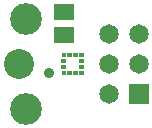
<source format=gts>
G04*
G04 #@! TF.GenerationSoftware,Altium Limited,Altium Designer,19.1.5 (86)*
G04*
G04 Layer_Color=8388736*
%FSLAX25Y25*%
%MOIN*%
G70*
G01*
G75*
%ADD14C,0.10000*%
%ADD15R,0.01584X0.01683*%
%ADD16R,0.01683X0.01584*%
%ADD17R,0.06506X0.05718*%
%ADD18C,0.10600*%
%ADD19C,0.06506*%
%ADD20R,0.06506X0.06506*%
%ADD21C,0.03600*%
G36*
X21707Y23274D02*
Y24758D01*
X23289D01*
Y23274D01*
X21707D01*
D02*
G37*
G36*
X21805Y21207D02*
Y22789D01*
X23289D01*
Y21207D01*
X21805D01*
D02*
G37*
G36*
X23774D02*
Y22789D01*
X25258D01*
Y21207D01*
X23774D01*
D02*
G37*
G36*
X21707Y25242D02*
Y26726D01*
X23289D01*
Y25242D01*
X21707D01*
D02*
G37*
G36*
X21805Y27211D02*
Y28793D01*
X23289D01*
Y27211D01*
X21805D01*
D02*
G37*
G36*
X23774D02*
Y28793D01*
X25258D01*
Y27211D01*
X23774D01*
D02*
G37*
G36*
X25742Y21207D02*
Y22789D01*
X27226D01*
Y21207D01*
X25742D01*
D02*
G37*
G36*
X27711D02*
Y22789D01*
X29195D01*
Y21207D01*
X27711D01*
D02*
G37*
G36*
Y23274D02*
Y24758D01*
X29293D01*
Y23274D01*
X27711D01*
D02*
G37*
G36*
X25742Y27211D02*
Y28793D01*
X27226D01*
Y27211D01*
X25742D01*
D02*
G37*
G36*
X27711D02*
Y28793D01*
X29195D01*
Y27211D01*
X27711D01*
D02*
G37*
G36*
Y25242D02*
Y26726D01*
X29293D01*
Y25242D01*
X27711D01*
D02*
G37*
D14*
X7500Y25000D02*
D03*
D15*
X22547Y21998D02*
D03*
X24516D02*
D03*
X26484D02*
D03*
X28453D02*
D03*
Y28002D02*
D03*
X26484D02*
D03*
X24516D02*
D03*
X22547D02*
D03*
D16*
X28502Y24016D02*
D03*
Y25984D02*
D03*
X22498D02*
D03*
Y24016D02*
D03*
D17*
X22500Y34760D02*
D03*
Y42240D02*
D03*
D18*
X10000Y10000D02*
D03*
Y40000D02*
D03*
D19*
X37500Y35000D02*
D03*
X47500D02*
D03*
X37500Y25000D02*
D03*
X47500D02*
D03*
X37500Y15000D02*
D03*
D20*
X47500D02*
D03*
D21*
X17500Y22000D02*
D03*
M02*

</source>
